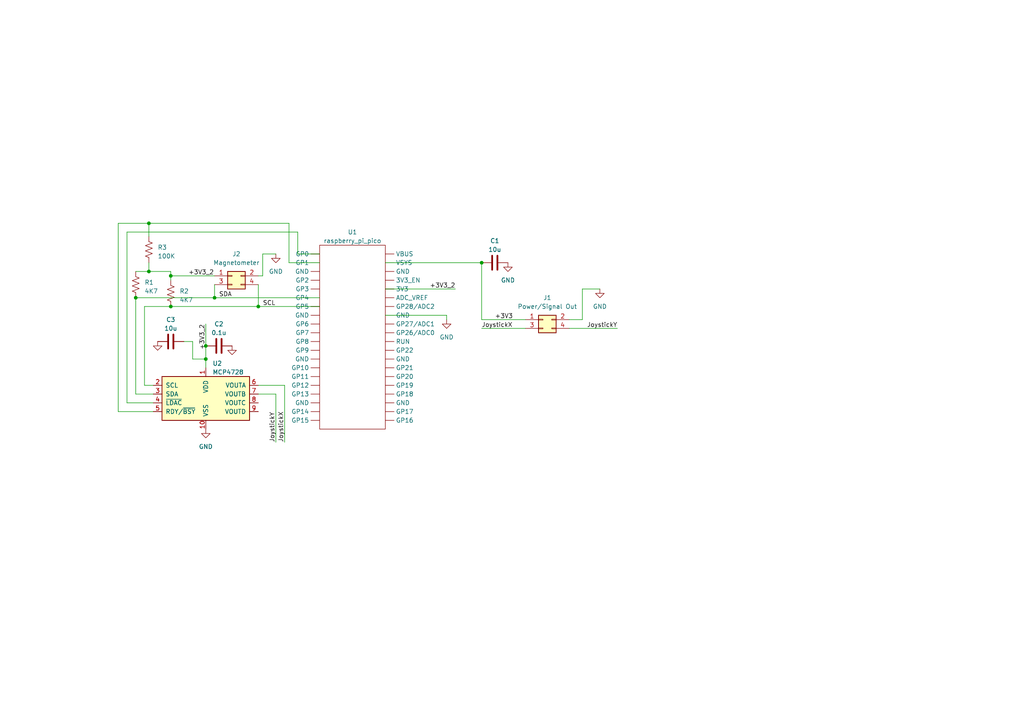
<source format=kicad_sch>
(kicad_sch (version 20230121) (generator eeschema)
  (paper "A4")
  (lib_symbols
    (symbol "Analog_DAC:MCP4728" (pin_names (offset 1.016))
      (property "Reference" "U" (at -12.7 6.35 0))
      (property "Value" "MCP4728" (at 12.7 6.35 0))
      (symbol "MCP4728_0_1"
        (rectangle (start -12.7 5.08) (end 12.7 -7.62) (stroke (width 0.254)) (fill (type background)))
      )
      (symbol "MCP4728_1_1"
        (pin power_in line (at 0 7.62 270) (length 2.54) (name "VDD") (number "1"))
        (pin power_in line (at 0 -10.16 90) (length 2.54) (name "VSS") (number "10"))
        (pin input line (at -15.24 2.54 0) (length 2.54) (name "SCL") (number "2"))
        (pin bidirectional line (at -15.24 0 0) (length 2.54) (name "SDA") (number "3"))
        (pin input line (at -15.24 -2.54 0) (length 2.54) (name "~{LDAC}") (number "4"))
        (pin output line (at -15.24 -5.08 0) (length 2.54) (name "RDY/~{BSY}") (number "5"))
        (pin output line (at 15.24 2.54 180) (length 2.54) (name "VOUTA") (number "6"))
        (pin output line (at 15.24 0 180) (length 2.54) (name "VOUTB") (number "7"))
        (pin output line (at 15.24 -2.54 180) (length 2.54) (name "VOUTC") (number "8"))
        (pin output line (at 15.24 -5.08 180) (length 2.54) (name "VOUTD") (number "9"))
      )
    )
    (symbol "Connector_Generic:Conn_02x02_Odd_Even" (pin_names (offset 1.016) hide)
      (property "Reference" "J" (at 1.27 2.54 0))
      (property "Value" "Conn_02x02_Odd_Even" (at 1.27 -5.08 0))
      (symbol "Conn_02x02_Odd_Even_1_1"
        (rectangle (start -1.27 -2.413) (end 0 -2.667) (stroke (width 0.1524)))
        (rectangle (start -1.27 0.127) (end 0 -0.127) (stroke (width 0.1524)))
        (rectangle (start -1.27 1.27) (end 3.81 -3.81) (stroke (width 0.254)) (fill (type background)))
        (rectangle (start 3.81 -2.413) (end 2.54 -2.667) (stroke (width 0.1524)))
        (rectangle (start 3.81 0.127) (end 2.54 -0.127) (stroke (width 0.1524)))
        (pin passive line (at -5.08 0 0) (length 3.81) (name "Pin_1") (number "1"))
        (pin passive line (at 7.62 0 180) (length 3.81) (name "Pin_2") (number "2"))
        (pin passive line (at -5.08 -2.54 0) (length 3.81) (name "Pin_3") (number "3"))
        (pin passive line (at 7.62 -2.54 180) (length 3.81) (name "Pin_4") (number "4"))
      )
    )
    (symbol "Device:C" (pin_numbers hide) (pin_names (offset 0.254))
      (property "Reference" "C" (at 0.635 2.54 0))
      (property "Value" "C" (at 0.635 -2.54 0))
      (symbol "C_0_1"
        (polyline (pts (xy -2.032 -0.762) (xy 2.032 -0.762)) (stroke (width 0.508)))
        (polyline (pts (xy -2.032 0.762) (xy 2.032 0.762)) (stroke (width 0.508)))
      )
      (symbol "C_1_1"
        (pin passive line (at 0 3.81 270) (length 2.794) (name "~") (number "1"))
        (pin passive line (at 0 -3.81 90) (length 2.794) (name "~") (number "2"))
      )
    )
    (symbol "Device:R_US" (pin_numbers hide) (pin_names (offset 0))
      (property "Reference" "R" (at 2.54 0 90))
      (property "Value" "R_US" (at -2.54 0 90))
      (symbol "R_US_0_1"
        (polyline (pts (xy 0 -2.286) (xy 0 -2.54)))
        (polyline (pts (xy 0 2.286) (xy 0 2.54)))
        (polyline (pts (xy 0 -0.762) (xy 1.016 -1.143) (xy 0 -1.524) (xy -1.016 -1.905) (xy 0 -2.286)))
        (polyline (pts (xy 0 0.762) (xy 1.016 0.381) (xy 0 0) (xy -1.016 -0.381) (xy 0 -0.762)))
        (polyline (pts (xy 0 2.286) (xy 1.016 1.905) (xy 0 1.524) (xy -1.016 1.143) (xy 0 0.762)))
      )
      (symbol "R_US_1_1"
        (pin passive line (at 0 3.81 270) (length 1.27) (name "~") (number "1"))
        (pin passive line (at 0 -3.81 90) (length 1.27) (name "~") (number "2"))
      )
    )
    (symbol "custom_parts:raspberry_pi_pico" (pin_numbers hide)
      (property "Reference" "U1" (at -3.175 20.955 0))
      (property "Value" "raspberry_pi_pico" (at -3.175 18.415 0))
      (symbol "raspberry_pi_pico_0_1"
        (rectangle (start -12.7 15.24) (end 6.35 -38.1))
      )
      (symbol "raspberry_pi_pico_1_1"
        (pin bidirectional line (at -12.7 12.7 180) (length 2.54) (name "GP0") (number "1"))
        (pin bidirectional line (at -12.7 -10.16 180) (length 2.54) (name "GP7") (number "10"))
        (pin bidirectional line (at -12.7 -12.7 180) (length 2.54) (name "GP8") (number "11"))
        (pin bidirectional line (at -12.7 -15.24 180) (length 2.54) (name "GP9") (number "12"))
        (pin bidirectional line (at -12.7 -17.78 180) (length 2.54) (name "GND") (number "13"))
        (pin bidirectional line (at -12.7 -20.32 180) (length 2.54) (name "GP10") (number "14"))
        (pin bidirectional line (at -12.7 -22.86 180) (length 2.54) (name "GP11") (number "15"))
        (pin bidirectional line (at -12.7 -25.4 180) (length 2.54) (name "GP12") (number "16"))
        (pin bidirectional line (at -12.7 -27.94 180) (length 2.54) (name "GP13") (number "17"))
        (pin bidirectional line (at -12.7 -30.48 180) (length 2.54) (name "GND") (number "18"))
        (pin bidirectional line (at -12.7 -33.02 180) (length 2.54) (name "GP14") (number "19"))
        (pin bidirectional line (at -12.7 10.16 180) (length 2.54) (name "GP1") (number "2"))
        (pin bidirectional line (at -12.7 -35.56 180) (length 2.54) (name "GP15") (number "20"))
        (pin bidirectional line (at 6.35 -35.56 0) (length 2.54) (name "GP16") (number "21"))
        (pin bidirectional line (at 6.35 -33.02 0) (length 2.54) (name "GP17") (number "22"))
        (pin bidirectional line (at 6.35 -30.48 0) (length 2.54) (name "GND") (number "23"))
        (pin bidirectional line (at 6.35 -27.94 0) (length 2.54) (name "GP18") (number "24"))
        (pin bidirectional line (at 6.35 -25.4 0) (length 2.54) (name "GP19") (number "25"))
        (pin bidirectional line (at 6.35 -22.86 0) (length 2.54) (name "GP20") (number "26"))
        (pin bidirectional line (at 6.35 -20.32 0) (length 2.54) (name "GP21") (number "27"))
        (pin bidirectional line (at 6.35 -17.78 0) (length 2.54) (name "GND") (number "28"))
        (pin bidirectional line (at 6.35 -15.24 0) (length 2.54) (name "GP22") (number "29"))
        (pin bidirectional line (at -12.7 7.62 180) (length 2.54) (name "GND") (number "3"))
        (pin bidirectional line (at 6.35 -12.7 0) (length 2.54) (name "RUN") (number "30"))
        (pin bidirectional line (at 6.35 -10.16 0) (length 2.54) (name "GP26/ADC0") (number "31"))
        (pin bidirectional line (at 6.35 -7.62 0) (length 2.54) (name "GP27/ADC1") (number "32"))
        (pin bidirectional line (at 6.35 -5.08 0) (length 2.54) (name "GND") (number "33"))
        (pin bidirectional line (at 6.35 -2.54 0) (length 2.54) (name "GP28/ADC2") (number "34"))
        (pin output line (at 6.35 0 0) (length 2.54) (name "ADC_VREF") (number "35"))
        (pin output line (at 6.35 2.54 0) (length 2.54) (name "3V3") (number "36"))
        (pin bidirectional line (at 6.35 5.08 0) (length 2.54) (name "3V3_EN") (number "37"))
        (pin bidirectional line (at 6.35 7.62 0) (length 2.54) (name "GND") (number "38"))
        (pin bidirectional line (at 6.35 10.16 0) (length 2.54) (name "VSYS") (number "39"))
        (pin bidirectional line (at -12.7 5.08 180) (length 2.54) (name "GP2") (number "4"))
        (pin bidirectional line (at 6.35 12.7 0) (length 2.54) (name "VBUS") (number "40"))
        (pin bidirectional line (at -12.7 2.54 180) (length 2.54) (name "GP3") (number "5"))
        (pin bidirectional line (at -12.7 0 180) (length 2.54) (name "GP4") (number "6"))
        (pin bidirectional line (at -12.7 -2.54 180) (length 2.54) (name "GP5") (number "7"))
        (pin bidirectional line (at -12.7 -5.08 180) (length 2.54) (name "GND") (number "8"))
        (pin bidirectional line (at -12.7 -7.62 180) (length 2.54) (name "GP6") (number "9"))
      )
    )
    (symbol "power:GND" (power) (pin_names (offset 0))
      (property "Value" "GND" (at 0 -3.81 0))
      (symbol "GND_0_1"
        (polyline (pts (xy 0 0) (xy 0 -1.27) (xy 1.27 -1.27) (xy 0 -2.54) (xy -1.27 -1.27) (xy 0 -1.27)))
      )
      (symbol "GND_1_1"
        (pin power_in line (at 0 0 270) (length 0) hide (name "GND") (number "1"))
      )
    )
  )
  (junction (at 49.53 88.9))
  (junction (at 39.37 86.36))
  (junction (at 43.18 78.74))
  (junction (at 62.23 86.36))
  (junction (at 49.53 80.01))
  (junction (at 74.93 88.9))
  (junction (at 43.18 64.77))
  (junction (at 59.69 100.33))
  (junction (at 59.69 104.14))
  (junction (at 139.7 76.2))
  (wire (pts (xy 43.18 76.2) (xy 43.18 78.74)))
  (wire (pts (xy 55.88 99.06) (xy 55.88 104.14)))
  (wire (pts (xy 139.7 95.25) (xy 152.4 95.25)))
  (wire (pts (xy 76.2 80.01) (xy 74.93 80.01)))
  (wire (pts (xy 36.83 67.31) (xy 36.83 116.84)))
  (wire (pts (xy 168.91 83.82) (xy 173.99 83.82)))
  (wire (pts (xy 59.69 93.98) (xy 59.69 100.33)))
  (wire (pts (xy 59.69 104.14) (xy 59.69 100.33)))
  (wire (pts (xy 92.71 76.2) (xy 83.82 76.2)))
  (wire (pts (xy 43.18 64.77) (xy 34.29 64.77)))
  (wire (pts (xy 62.23 86.36) (xy 39.37 86.36)))
  (wire (pts (xy 82.55 111.76) (xy 82.55 128.27)))
  (wire (pts (xy 165.1 95.25) (xy 179.07 95.25)))
  (wire (pts (xy 92.71 86.36) (xy 62.23 86.36)))
  (wire (pts (xy 139.7 76.2) (xy 139.7 92.71)))
  (wire (pts (xy 43.18 68.58) (xy 43.18 64.77)))
  (wire (pts (xy 86.36 73.66) (xy 86.36 67.31)))
  (wire (pts (xy 39.37 114.3) (xy 44.45 114.3)))
  (wire (pts (xy 168.91 83.82) (xy 168.91 92.71)))
  (wire (pts (xy 129.54 91.44) (xy 129.54 92.71)))
  (wire (pts (xy 111.76 76.2) (xy 139.7 76.2)))
  (wire (pts (xy 36.83 116.84) (xy 44.45 116.84)))
  (wire (pts (xy 76.2 73.66) (xy 76.2 80.01)))
  (wire (pts (xy 49.53 80.01) (xy 62.23 80.01)))
  (wire (pts (xy 53.34 99.06) (xy 55.88 99.06)))
  (wire (pts (xy 41.91 111.76) (xy 44.45 111.76)))
  (wire (pts (xy 76.2 73.66) (xy 80.01 73.66)))
  (wire (pts (xy 55.88 104.14) (xy 59.69 104.14)))
  (wire (pts (xy 74.93 88.9) (xy 92.71 88.9)))
  (wire (pts (xy 34.29 64.77) (xy 34.29 119.38)))
  (wire (pts (xy 39.37 86.36) (xy 39.37 114.3)))
  (wire (pts (xy 59.69 104.14) (xy 59.69 106.68)))
  (wire (pts (xy 139.7 92.71) (xy 152.4 92.71)))
  (wire (pts (xy 74.93 88.9) (xy 49.53 88.9)))
  (wire (pts (xy 74.93 111.76) (xy 82.55 111.76)))
  (wire (pts (xy 49.53 80.01) (xy 49.53 78.74)))
  (wire (pts (xy 41.91 88.9) (xy 41.91 111.76)))
  (wire (pts (xy 111.76 83.82) (xy 132.08 83.82)))
  (wire (pts (xy 111.76 91.44) (xy 129.54 91.44)))
  (wire (pts (xy 62.23 86.36) (xy 62.23 82.55)))
  (wire (pts (xy 86.36 67.31) (xy 36.83 67.31)))
  (wire (pts (xy 80.01 114.3) (xy 80.01 128.27)))
  (wire (pts (xy 34.29 119.38) (xy 44.45 119.38)))
  (wire (pts (xy 43.18 78.74) (xy 39.37 78.74)))
  (wire (pts (xy 83.82 64.77) (xy 43.18 64.77)))
  (wire (pts (xy 168.91 92.71) (xy 165.1 92.71)))
  (wire (pts (xy 83.82 76.2) (xy 83.82 64.77)))
  (wire (pts (xy 49.53 80.01) (xy 49.53 81.28)))
  (wire (pts (xy 74.93 82.55) (xy 74.93 88.9)))
  (wire (pts (xy 49.53 78.74) (xy 43.18 78.74)))
  (wire (pts (xy 92.71 73.66) (xy 86.36 73.66)))
  (wire (pts (xy 49.53 88.9) (xy 41.91 88.9)))
  (wire (pts (xy 74.93 114.3) (xy 80.01 114.3)))
  (label "JoystickY" (at 179.07 95.25 180))
  (label "SDA" (at 63.5 86.36 0))
  (label "+3V3" (at 143.51 92.71 0))
  (label "+3V3_2" (at 132.08 83.82 180))
  (label "JoystickX" (at 139.7 95.25 0))
  (label "JoystickY" (at 80.01 128.27 90))
  (label "JoystickX" (at 82.55 128.27 90))
  (label "+3V3_2" (at 59.69 93.98 270))
  (label "SCL" (at 76.2 88.9 0))
  (label "+3V3_2" (at 54.61 80.01 0))
  (symbol (lib_id "Device:R_US") (at 49.53 85.09 0) (unit 1)
    (property "Reference" "R2" (at 52.07 84.455 0) (effects (justify left)))
    (property "Value" "4K7" (at 52.07 86.995 0) (effects (justify left)))
    (property "Footprint" "Resistor_THT:R_Axial_DIN0207_L6.3mm_D2.5mm_P10.16mm_Horizontal" (effects hide))
  )
  (symbol (lib_id "Connector_Generic:Conn_02x02_Odd_Even") (at 157.48 92.71 0) (unit 1)
    (property "Reference" "J1" (at 158.75 86.36 0))
    (property "Value" "Power/Signal Out" (at 158.75 88.9 0))
    (property "Footprint" "Connector_Molex:Molex_Mini-Fit_Jr_5569-04A2_2x02_P4.20mm_Horizontal" (effects hide))
  )
  (symbol (lib_id "Device:R_US") (at 39.37 82.55 0) (unit 1)
    (property "Reference" "R1" (at 41.91 81.915 0) (effects (justify left)))
    (property "Value" "4K7" (at 41.91 84.455 0) (effects (justify left)))
    (property "Footprint" "Resistor_THT:R_Axial_DIN0207_L6.3mm_D2.5mm_P10.16mm_Horizontal" (effects hide))
  )
  (symbol (lib_id "custom_parts:raspberry_pi_pico") (at 105.41 86.36 0) (unit 1)
    (property "Reference" "U1" (at 102.235 67.31 0))
    (property "Value" "raspberry_pi_pico" (at 102.235 69.85 0))
    (property "Footprint" "custom_parts:raspberry_pi_pico" (effects hide))
  )
  (symbol (lib_id "Connector_Generic:Conn_02x02_Odd_Even") (at 67.31 80.01 0) (unit 1)
    (property "Reference" "J2" (at 68.58 73.66 0))
    (property "Value" "Magnetometer" (at 68.58 76.2 0))
    (property "Footprint" "Connector_Molex:Molex_Mini-Fit_Jr_5569-04A2_2x02_P4.20mm_Horizontal" (effects hide))
  )
  (symbol (lib_id "Device:C") (at 63.5 100.33 90) (unit 1)
    (property "Reference" "C2" (at 63.5 93.98 90))
    (property "Value" "0.1u" (at 63.5 96.52 90))
    (property "Footprint" "Capacitor_SMD:C_0402_1005Metric_Pad0.74x0.62mm_HandSolder" (effects hide))
  )
  (symbol (lib_id "Device:C") (at 49.53 99.06 90) (unit 1)
    (property "Reference" "C3" (at 49.53 92.71 90))
    (property "Value" "10u" (at 49.53 95.25 90))
    (property "Footprint" "Capacitor_SMD:C_0603_1608Metric_Pad1.08x0.95mm_HandSolder" (effects hide))
  )
  (symbol (lib_id "power:GND") (at 67.31 100.33 0) (unit 1)
    (property "Reference" "#PWR02" (effects hide))
    (property "Value" "GND" (effects hide))
  )
  (symbol (lib_id "power:GND") (at 173.99 83.82 0) (unit 1)
    (property "Reference" "#PWR0102" (effects hide))
    (property "Value" "GND" (at 173.99 88.9 0))
  )
  (symbol (lib_id "power:GND") (at 80.01 73.66 0) (unit 1)
    (property "Reference" "#PWR0103" (effects hide))
    (property "Value" "GND" (at 80.01 78.74 0))
  )
  (symbol (lib_id "power:GND") (at 45.72 99.06 0) (unit 1)
    (property "Reference" "#PWR04" (effects hide))
    (property "Value" "GND" (effects hide))
  )
  (symbol (lib_id "Device:C") (at 143.51 76.2 90) (unit 1)
    (property "Reference" "C1" (at 143.51 69.85 90))
    (property "Value" "10u" (at 143.51 72.39 90))
    (property "Footprint" "Capacitor_SMD:C_0603_1608Metric_Pad1.08x0.95mm_HandSolder" (effects hide))
  )
  (symbol (lib_id "power:GND") (at 129.54 92.71 0) (unit 1)
    (property "Reference" "#PWR0101" (effects hide))
    (property "Value" "GND" (at 129.54 97.79 0))
  )
  (symbol (lib_id "power:GND") (at 147.32 76.2 0) (unit 1)
    (property "Reference" "#PWR03" (effects hide))
    (property "Value" "GND" (at 147.32 81.28 0))
  )
  (symbol (lib_id "Analog_DAC:MCP4728") (at 59.69 114.3 0) (unit 1)
    (property "Reference" "U2" (at 61.6459 105.41 0) (effects (justify left)))
    (property "Value" "MCP4728" (at 61.6459 107.95 0) (effects (justify left)))
    (property "Footprint" "Package_SO:MSOP-10_3x3mm_P0.5mm" (effects hide))
    (property "Datasheet" "http://ww1.microchip.com/downloads/en/DeviceDoc/22187E.pdf" (effects hide))
  )
  (symbol (lib_id "power:GND") (at 59.69 124.46 0) (unit 1)
    (property "Reference" "#PWR01" (effects hide))
    (property "Value" "GND" (at 59.69 129.54 0))
  )
  (symbol (lib_id "Device:R_US") (at 43.18 72.39 0) (unit 1)
    (property "Reference" "R3" (at 45.72 71.755 0) (effects (justify left)))
    (property "Value" "100K" (at 45.72 74.295 0) (effects (justify left)))
    (property "Footprint" "Resistor_THT:R_Axial_DIN0207_L6.3mm_D2.5mm_P10.16mm_Horizontal" (effects hide))
  )
)
</source>
